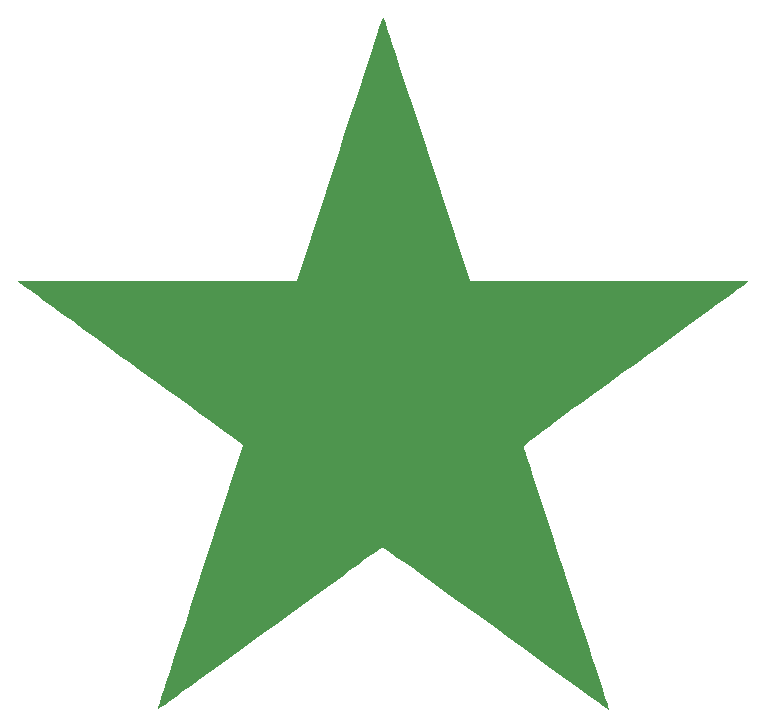
<source format=gbr>
%TF.GenerationSoftware,KiCad,Pcbnew,8.0.5*%
%TF.CreationDate,2024-10-20T22:23:28+07:00*%
%TF.ProjectId,Panel_LIN,50616e65-6c5f-44c4-994e-2e6b69636164,rev?*%
%TF.SameCoordinates,Original*%
%TF.FileFunction,Legend,Bot*%
%TF.FilePolarity,Positive*%
%FSLAX46Y46*%
G04 Gerber Fmt 4.6, Leading zero omitted, Abs format (unit mm)*
G04 Created by KiCad (PCBNEW 8.0.5) date 2024-10-20 22:23:28*
%MOMM*%
%LPD*%
G01*
G04 APERTURE LIST*
%ADD10C,0.300000*%
%ADD11C,0.000000*%
G04 APERTURE END LIST*
D10*
X146321427Y-95249757D02*
X146464285Y-95178328D01*
X146464285Y-95178328D02*
X146678570Y-95178328D01*
X146678570Y-95178328D02*
X146892856Y-95249757D01*
X146892856Y-95249757D02*
X147035713Y-95392614D01*
X147035713Y-95392614D02*
X147107142Y-95535471D01*
X147107142Y-95535471D02*
X147178570Y-95821185D01*
X147178570Y-95821185D02*
X147178570Y-96035471D01*
X147178570Y-96035471D02*
X147107142Y-96321185D01*
X147107142Y-96321185D02*
X147035713Y-96464042D01*
X147035713Y-96464042D02*
X146892856Y-96606900D01*
X146892856Y-96606900D02*
X146678570Y-96678328D01*
X146678570Y-96678328D02*
X146535713Y-96678328D01*
X146535713Y-96678328D02*
X146321427Y-96606900D01*
X146321427Y-96606900D02*
X146249999Y-96535471D01*
X146249999Y-96535471D02*
X146249999Y-96035471D01*
X146249999Y-96035471D02*
X146535713Y-96035471D01*
X145392856Y-95178328D02*
X145392856Y-95535471D01*
X145749999Y-95392614D02*
X145392856Y-95535471D01*
X145392856Y-95535471D02*
X145035713Y-95392614D01*
X145607142Y-95821185D02*
X145392856Y-95535471D01*
X145392856Y-95535471D02*
X145178570Y-95821185D01*
X144249999Y-95178328D02*
X144249999Y-95535471D01*
X144607142Y-95392614D02*
X144249999Y-95535471D01*
X144249999Y-95535471D02*
X143892856Y-95392614D01*
X144464285Y-95821185D02*
X144249999Y-95535471D01*
X144249999Y-95535471D02*
X144035713Y-95821185D01*
X143107142Y-95178328D02*
X143107142Y-95535471D01*
X143464285Y-95392614D02*
X143107142Y-95535471D01*
X143107142Y-95535471D02*
X142749999Y-95392614D01*
X143321428Y-95821185D02*
X143107142Y-95535471D01*
X143107142Y-95535471D02*
X142892856Y-95821185D01*
D11*
%TO.C,G\u002A\u002A\u002A*%
G36*
X145016258Y-63610176D02*
G01*
X145081960Y-63794536D01*
X145194798Y-64124533D01*
X145351753Y-64591015D01*
X145549808Y-65184826D01*
X145785946Y-65896814D01*
X146057150Y-66717826D01*
X146360402Y-67638708D01*
X146692685Y-68650305D01*
X147050982Y-69743466D01*
X147432275Y-70909036D01*
X147833548Y-72137862D01*
X148251783Y-73420790D01*
X148683962Y-74748667D01*
X152318430Y-85924667D01*
X164110882Y-85924667D01*
X165112465Y-85924895D01*
X166478178Y-85925961D01*
X167789748Y-85927850D01*
X169037575Y-85930511D01*
X170212060Y-85933891D01*
X171303604Y-85937939D01*
X172302608Y-85942603D01*
X173199472Y-85947832D01*
X173984598Y-85953574D01*
X174648386Y-85959777D01*
X175181238Y-85966390D01*
X175573554Y-85973360D01*
X175815735Y-85980636D01*
X175898182Y-85988167D01*
X175865986Y-86016363D01*
X175708543Y-86137288D01*
X175426999Y-86347782D01*
X175029160Y-86642146D01*
X174522832Y-87014680D01*
X173915821Y-87459683D01*
X173215932Y-87971455D01*
X172430972Y-88544296D01*
X171568746Y-89172506D01*
X170637061Y-89850385D01*
X169643722Y-90572232D01*
X168596535Y-91332349D01*
X167503306Y-92125033D01*
X166371841Y-92944587D01*
X165236483Y-93766719D01*
X164001370Y-94661672D01*
X162891756Y-95466522D01*
X161901171Y-96186106D01*
X161023142Y-96825257D01*
X160251198Y-97388808D01*
X159578867Y-97881595D01*
X158999676Y-98308450D01*
X158507153Y-98674207D01*
X158094828Y-98983702D01*
X157756227Y-99241767D01*
X157484880Y-99453236D01*
X157274313Y-99622944D01*
X157118056Y-99755725D01*
X157009636Y-99856413D01*
X156942581Y-99929840D01*
X156910419Y-99980843D01*
X156906679Y-100014253D01*
X156909480Y-100023063D01*
X156963108Y-100189652D01*
X157063674Y-100500266D01*
X157207500Y-100943608D01*
X157390907Y-101508380D01*
X157610216Y-102183283D01*
X157861748Y-102957018D01*
X158141827Y-103818289D01*
X158446771Y-104755796D01*
X158772904Y-105758241D01*
X159116547Y-106814326D01*
X159474021Y-107912752D01*
X159841647Y-109042222D01*
X160215747Y-110191436D01*
X160592643Y-111349098D01*
X160968656Y-112503908D01*
X161340107Y-113644568D01*
X161703318Y-114759780D01*
X162054611Y-115838245D01*
X162390306Y-116868666D01*
X162706725Y-117839744D01*
X163000191Y-118740180D01*
X163267023Y-119558678D01*
X163503544Y-120283937D01*
X163706075Y-120904660D01*
X163870938Y-121409549D01*
X163994453Y-121787306D01*
X164072944Y-122026631D01*
X164102730Y-122116227D01*
X164121158Y-122183155D01*
X164101918Y-122246667D01*
X164065154Y-122223061D01*
X163901387Y-122108595D01*
X163613855Y-121904219D01*
X163210392Y-121615583D01*
X162698832Y-121248337D01*
X162087010Y-120808132D01*
X161382760Y-120300618D01*
X160593916Y-119731446D01*
X159728311Y-119106265D01*
X158793780Y-118430726D01*
X157798158Y-117710479D01*
X156749278Y-116951175D01*
X155654974Y-116158464D01*
X154523081Y-115337996D01*
X154192063Y-115098013D01*
X152753733Y-114056224D01*
X151447794Y-113112052D01*
X150270999Y-112263197D01*
X149220101Y-111507357D01*
X148291854Y-110842230D01*
X147483011Y-110265516D01*
X146790326Y-109774913D01*
X146210552Y-109368120D01*
X145740443Y-109042836D01*
X145376752Y-108796759D01*
X145116232Y-108627587D01*
X144955638Y-108533020D01*
X144891722Y-108510756D01*
X144860918Y-108534399D01*
X144690808Y-108660831D01*
X144400571Y-108873787D01*
X143999736Y-109166384D01*
X143497830Y-109531736D01*
X142904383Y-109962960D01*
X142228921Y-110453173D01*
X141480973Y-110995490D01*
X140670068Y-111583028D01*
X139805733Y-112208903D01*
X138897496Y-112866230D01*
X137954885Y-113548127D01*
X136987430Y-114247709D01*
X136004656Y-114958092D01*
X135016094Y-115672393D01*
X134031270Y-116383727D01*
X133059713Y-117085211D01*
X132110951Y-117769960D01*
X131194513Y-118431092D01*
X130319925Y-119061722D01*
X129496717Y-119654966D01*
X128734416Y-120203940D01*
X128042551Y-120701761D01*
X127430649Y-121141544D01*
X126908239Y-121516407D01*
X126484849Y-121819464D01*
X126170006Y-122043832D01*
X125973240Y-122182627D01*
X125904077Y-122228966D01*
X125913978Y-122189350D01*
X125970697Y-122001998D01*
X126074933Y-121669125D01*
X126223732Y-121199908D01*
X126414137Y-120603524D01*
X126643191Y-119889150D01*
X126907939Y-119065964D01*
X127205425Y-118143141D01*
X127532692Y-117129859D01*
X127886784Y-116035294D01*
X128264745Y-114868625D01*
X128663619Y-113639027D01*
X129080450Y-112355677D01*
X129512281Y-111027753D01*
X133148047Y-99854103D01*
X132956857Y-99708723D01*
X132926271Y-99686137D01*
X132767442Y-99570308D01*
X132483752Y-99364098D01*
X132083292Y-99073372D01*
X131574149Y-98703991D01*
X130964412Y-98261819D01*
X130262170Y-97752719D01*
X129475511Y-97182553D01*
X128612523Y-96557184D01*
X127681296Y-95882476D01*
X126689919Y-95164291D01*
X125646478Y-94408492D01*
X124559064Y-93620943D01*
X123435765Y-92807505D01*
X122818802Y-92360627D01*
X121718968Y-91563333D01*
X120661767Y-90796104D01*
X119655083Y-90064699D01*
X118706801Y-89374878D01*
X117824805Y-88732401D01*
X117016980Y-88143028D01*
X116291210Y-87612519D01*
X115655378Y-87146634D01*
X115117371Y-86751133D01*
X114685071Y-86431776D01*
X114366364Y-86194322D01*
X114169134Y-86044533D01*
X114101265Y-85988167D01*
X114143330Y-85982774D01*
X114340712Y-85975419D01*
X114690982Y-85968356D01*
X115184542Y-85961635D01*
X115811792Y-85955309D01*
X116563132Y-85949430D01*
X117428962Y-85944048D01*
X118399682Y-85939217D01*
X119465693Y-85934986D01*
X120617395Y-85931409D01*
X121845189Y-85928537D01*
X123139473Y-85926421D01*
X124490650Y-85925114D01*
X125889119Y-85924667D01*
X137681571Y-85924667D01*
X141316039Y-74748667D01*
X141614273Y-73832108D01*
X142037197Y-72534123D01*
X142444105Y-71287375D01*
X142831978Y-70101018D01*
X143197799Y-68984203D01*
X143538551Y-67946086D01*
X143851216Y-66995820D01*
X144132778Y-66142557D01*
X144380218Y-65395453D01*
X144590520Y-64763659D01*
X144760667Y-64256330D01*
X144887641Y-63882620D01*
X144968424Y-63651681D01*
X145000000Y-63572667D01*
X145016258Y-63610176D01*
G37*
%TD*%
M02*

</source>
